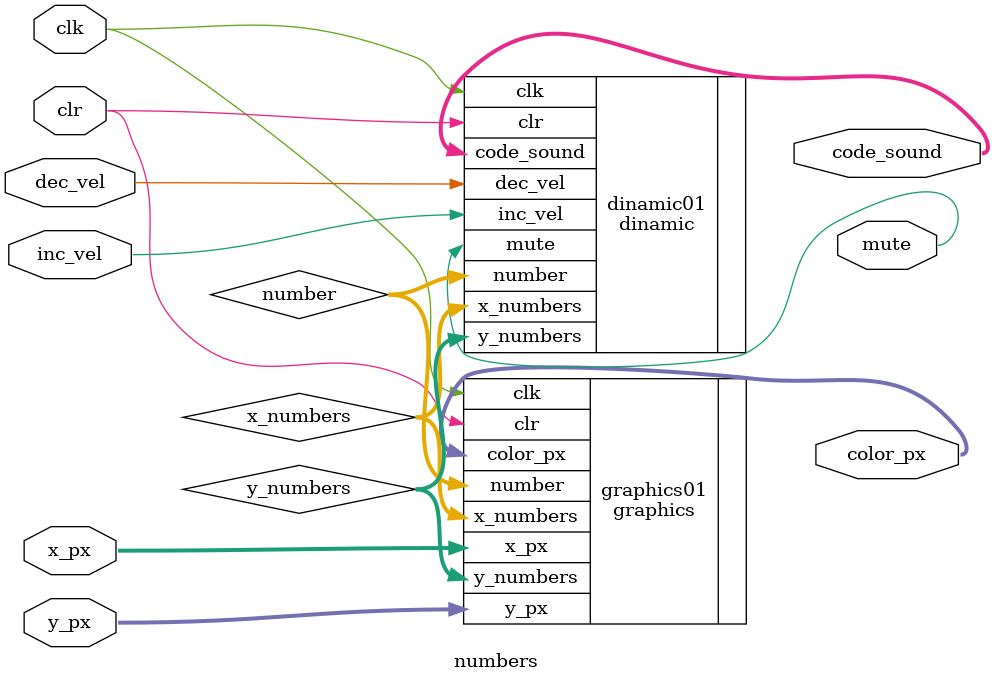
<source format=v>
module numbers (
                input  wire        clk,         // System clock.
                input  wire        clr,         // Asynchronous reset.
                input  wire [9:0]  x_px,        // X position for actual pixel.
                input  wire [9:0]  y_px,        // Y position for actual pixel.
                output wire [2:0]  color_px,    // Color for actual pixel.
                input  wire        inc_vel,     // Increase velocity.
                input  wire        dec_vel,     // Decrease velocity.
                output wire        mute,        // Silence the sound.
                output wire [1:0]  code_sound   // Code of sound (ping, pong, go, stop). 
            );
    
    // Registers with numbers position. 
    reg [9:0] x_numbers;
    reg [9:0] y_numbers;
    wire [2:0] number;

    // Instance of dinamic part of numbers.
    dinamic
    dinamic01 (
            .clk (clk),
            .clr (clr),
            .x_numbers (x_numbers),
            .y_numbers (y_numbers),
            .inc_vel (inc_vel),
            .dec_vel (dec_vel),
            .mute(mute),
            .code_sound (code_sound),
            .number(number)
    );

    // Instance of graphics part of numbers.
    graphics
    graphics01 (
            .clk (clk),
            .clr (clr),
            .x_px (x_px),
            .y_px (y_px),
            .x_numbers (x_numbers),
            .y_numbers (y_numbers),
            .color_px (color_px),
            .number(number)
    );

endmodule

</source>
